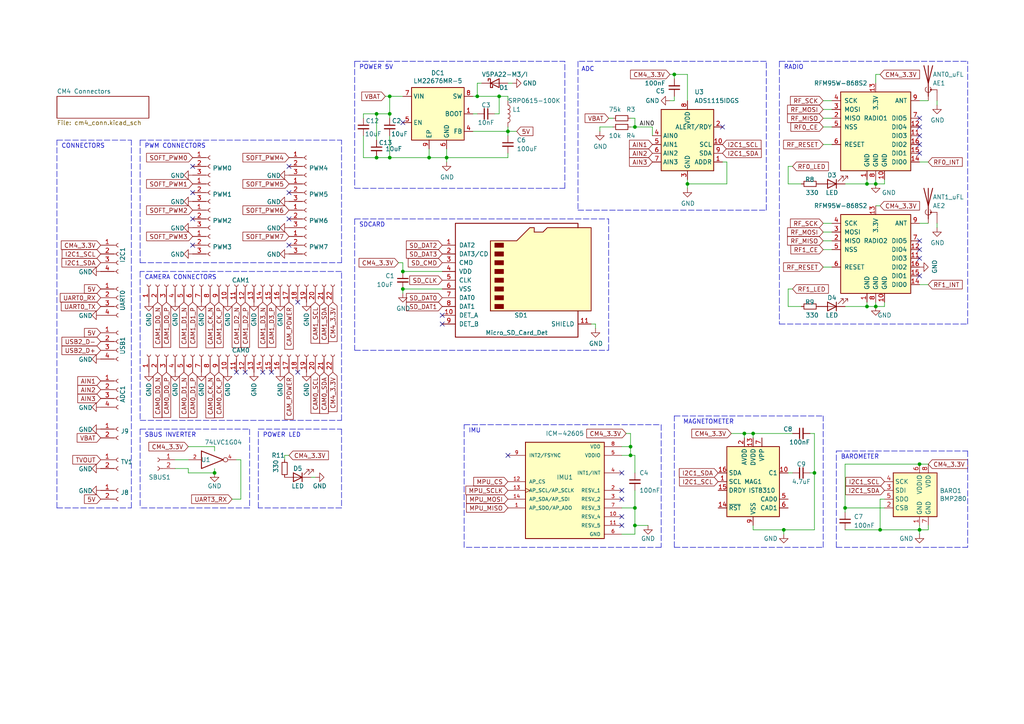
<source format=kicad_sch>
(kicad_sch (version 20211123) (generator eeschema)
  (paper "A4")
  (junction (at 251.46 53.34))
  (junction (at 439.42 5.08))
  (junction (at 458.47 73.66))
  (junction (at 441.96 13.97))
  (junction (at 255.27 153.67))
  (junction (at 444.5 93.98))
  (junction (at 116.84 78.74))
  (junction (at 459.74 73.66))
  (junction (at 254 88.9))
  (junction (at 113.03 33.02))
  (junction (at 184.15 36.83))
  (junction (at 266.7 153.67))
  (junction (at 251.46 88.9))
  (junction (at 461.01 73.66))
  (junction (at 144.78 27.94))
  (junction (at 266.7 134.62))
  (junction (at 452.12 93.98))
  (junction (at 195.58 21.59))
  (junction (at 184.15 152.4))
  (junction (at 439.42 93.98))
  (junction (at 459.74 13.97))
  (junction (at 447.04 93.98))
  (junction (at 463.55 73.66))
  (junction (at 109.22 45.72))
  (junction (at 124.46 45.72))
  (junction (at 113.03 27.94))
  (junction (at 417.83 157.48))
  (junction (at 199.39 53.34))
  (junction (at 129.54 45.72))
  (junction (at 462.28 5.08))
  (junction (at 116.84 83.82))
  (junction (at 245.11 147.32))
  (junction (at 236.22 137.16))
  (junction (at 113.03 45.72))
  (junction (at 109.22 33.02))
  (junction (at 439.42 13.97))
  (junction (at 227.33 153.67))
  (junction (at 147.32 38.1))
  (junction (at 218.44 125.73))
  (junction (at 62.23 137.16))
  (junction (at 182.88 129.54))
  (junction (at 182.88 132.08))
  (junction (at 455.93 73.66))
  (junction (at 138.43 27.94))
  (junction (at 215.9 125.73))
  (junction (at 254 53.34))
  (junction (at 441.96 93.98))
  (junction (at 184.15 147.32))
  (no_connect (at 116.84 35.56))
  (no_connect (at 128.27 93.98))
  (no_connect (at 86.36 107.95))
  (no_connect (at 55.88 55.88))
  (no_connect (at 266.7 34.29))
  (no_connect (at 459.74 7.62))
  (no_connect (at 83.82 55.88))
  (no_connect (at 266.7 74.93))
  (no_connect (at 180.34 142.24))
  (no_connect (at 209.55 36.83))
  (no_connect (at 128.27 91.44))
  (no_connect (at 180.34 144.78))
  (no_connect (at 180.34 149.86))
  (no_connect (at 83.82 48.26))
  (no_connect (at 76.2 107.95))
  (no_connect (at 266.7 44.45))
  (no_connect (at 68.58 107.95))
  (no_connect (at 180.34 137.16))
  (no_connect (at 55.88 71.12))
  (no_connect (at 147.32 132.08))
  (no_connect (at 83.82 71.12))
  (no_connect (at 86.36 87.63))
  (no_connect (at 55.88 48.26))
  (no_connect (at 83.82 63.5))
  (no_connect (at 71.12 107.95))
  (no_connect (at 266.7 80.01))
  (no_connect (at 448.31 59.69))
  (no_connect (at 180.34 152.4))
  (no_connect (at 266.7 39.37))
  (no_connect (at 266.7 72.39))
  (no_connect (at 266.7 41.91))
  (no_connect (at 55.88 63.5))
  (no_connect (at -114.3 165.1))
  (no_connect (at 266.7 36.83))
  (no_connect (at 266.7 69.85))
  (no_connect (at 78.74 107.95))
  (wire (pts (xy 182.88 132.08) (xy 182.88 129.54)))
  (wire (pts (xy 218.44 127) (xy 218.44 125.73)))
  (wire (pts (xy 459.74 13.97) (xy 441.96 13.97)))
  (wire (pts (xy 238.76 36.83) (xy 241.3 36.83)))
  (wire (pts (xy 254 59.69) (xy 255.27 59.69)))
  (polyline (pts (xy 226.06 17.78) (xy 280.67 17.78)))
  (wire (pts (xy 139.7 24.13) (xy 138.43 24.13)))
  (polyline (pts (xy 40.64 124.46) (xy 40.64 147.32)))
  (wire (pts (xy 439.42 11.43) (xy 439.42 13.97)))
  (wire (pts (xy 210.82 46.99) (xy 210.82 53.34)))
  (wire (pts (xy 105.41 45.72) (xy 109.22 45.72)))
  (polyline (pts (xy 191.77 158.75) (xy 134.62 158.75)))
  (wire (pts (xy 251.46 53.34) (xy 251.46 52.07)))
  (polyline (pts (xy 433.07 80.01) (xy 472.44 80.01)))
  (wire (pts (xy 182.88 34.29) (xy 184.15 34.29)))
  (wire (pts (xy 128.27 83.82) (xy 116.84 83.82)))
  (polyline (pts (xy 99.06 124.46) (xy 99.06 147.32)))
  (polyline (pts (xy 242.57 130.81) (xy 280.67 130.81)))
  (wire (pts (xy 67.31 144.78) (xy 69.85 144.78)))
  (wire (pts (xy -91.44 83.82) (xy -88.9 83.82)))
  (wire (pts (xy 137.16 27.94) (xy 138.43 27.94)))
  (wire (pts (xy 229.87 48.26) (xy 228.6 48.26)))
  (wire (pts (xy 236.22 137.16) (xy 236.22 153.67)))
  (wire (pts (xy 173.99 36.83) (xy 177.8 36.83)))
  (polyline (pts (xy 191.77 123.19) (xy 191.77 158.75)))
  (polyline (pts (xy 176.53 101.6) (xy 176.53 63.5)))
  (wire (pts (xy 439.42 93.98) (xy 439.42 95.25)))
  (wire (pts (xy 439.42 6.35) (xy 439.42 5.08)))
  (wire (pts (xy 245.11 134.62) (xy 266.7 134.62)))
  (polyline (pts (xy 40.64 78.74) (xy 40.64 121.92)))
  (wire (pts (xy 255.27 153.67) (xy 266.7 153.67)))
  (wire (pts (xy 463.55 73.66) (xy 461.01 73.66)))
  (wire (pts (xy 228.6 53.34) (xy 232.41 53.34)))
  (wire (pts (xy 251.46 53.34) (xy 245.11 53.34)))
  (wire (pts (xy 184.15 137.16) (xy 184.15 132.08)))
  (wire (pts (xy 271.78 66.04) (xy 271.78 64.77)))
  (polyline (pts (xy 102.87 17.78) (xy 163.83 17.78)))
  (wire (pts (xy 417.83 158.75) (xy 419.1 158.75)))
  (polyline (pts (xy 195.58 158.75) (xy 238.76 158.75)))
  (wire (pts (xy 255.27 153.67) (xy 245.11 153.67)))
  (wire (pts (xy 172.72 93.98) (xy 171.45 93.98)))
  (wire (pts (xy 458.47 16.51) (xy 471.17 16.51)))
  (wire (pts (xy 124.46 43.18) (xy 124.46 45.72)))
  (wire (pts (xy 459.74 74.93) (xy 459.74 73.66)))
  (wire (pts (xy -88.9 83.82) (xy -88.9 86.36)))
  (wire (pts (xy 105.41 33.02) (xy 105.41 34.29)))
  (polyline (pts (xy 99.06 147.32) (xy 74.93 147.32)))
  (wire (pts (xy 147.32 45.72) (xy 129.54 45.72)))
  (wire (pts (xy 453.39 73.66) (xy 453.39 72.39)))
  (wire (pts (xy 172.72 95.25) (xy 172.72 93.98)))
  (wire (pts (xy 447.04 95.25) (xy 447.04 93.98)))
  (wire (pts (xy 212.09 125.73) (xy 215.9 125.73)))
  (wire (pts (xy 109.22 40.64) (xy 109.22 33.02)))
  (wire (pts (xy 228.6 83.82) (xy 229.87 83.82)))
  (wire (pts (xy 184.15 36.83) (xy 189.23 36.83)))
  (wire (pts (xy 180.34 147.32) (xy 184.15 147.32)))
  (wire (pts (xy 124.46 45.72) (xy 129.54 45.72)))
  (wire (pts (xy 187.96 152.4) (xy 184.15 152.4)))
  (wire (pts (xy 147.32 36.83) (xy 147.32 38.1)))
  (wire (pts (xy 218.44 125.73) (xy 215.9 125.73)))
  (wire (pts (xy 417.83 157.48) (xy 417.83 156.21)))
  (wire (pts (xy 241.3 72.39) (xy 238.76 72.39)))
  (wire (pts (xy 438.15 93.98) (xy 439.42 93.98)))
  (wire (pts (xy 138.43 33.02) (xy 137.16 33.02)))
  (wire (pts (xy 458.47 72.39) (xy 458.47 73.66)))
  (polyline (pts (xy 195.58 158.75) (xy 195.58 120.65)))
  (wire (pts (xy 138.43 27.94) (xy 144.78 27.94)))
  (polyline (pts (xy 222.25 17.78) (xy 167.64 17.78)))
  (polyline (pts (xy 472.44 -2.54) (xy 472.44 80.01)))
  (wire (pts (xy 441.96 7.62) (xy 441.96 5.08)))
  (wire (pts (xy 441.96 10.16) (xy 441.96 13.97)))
  (wire (pts (xy 194.31 29.21) (xy 195.58 29.21)))
  (wire (pts (xy 143.51 33.02) (xy 144.78 33.02)))
  (wire (pts (xy 54.61 137.16) (xy 62.23 137.16)))
  (wire (pts (xy 269.24 153.67) (xy 269.24 152.4)))
  (polyline (pts (xy 242.57 158.75) (xy 242.57 130.81)))
  (wire (pts (xy 462.28 13.97) (xy 459.74 13.97)))
  (wire (pts (xy 256.54 147.32) (xy 245.11 147.32)))
  (wire (pts (xy 62.23 130.81) (xy 62.23 129.54)))
  (wire (pts (xy 173.99 38.1) (xy 173.99 36.83)))
  (wire (pts (xy 245.11 88.9) (xy 251.46 88.9)))
  (wire (pts (xy 218.44 153.67) (xy 218.44 152.4)))
  (polyline (pts (xy 99.06 76.2) (xy 99.06 40.64)))
  (wire (pts (xy 228.6 48.26) (xy 228.6 53.34)))
  (wire (pts (xy 228.6 83.82) (xy 228.6 88.9)))
  (polyline (pts (xy 16.51 40.64) (xy 38.1 40.64)))
  (wire (pts (xy 113.03 33.02) (xy 113.03 34.29)))
  (wire (pts (xy 54.61 135.89) (xy 54.61 137.16)))
  (wire (pts (xy 124.46 45.72) (xy 113.03 45.72)))
  (wire (pts (xy 441.96 95.25) (xy 441.96 93.98)))
  (wire (pts (xy 109.22 45.72) (xy 113.03 45.72)))
  (wire (pts (xy 234.95 125.73) (xy 236.22 125.73)))
  (polyline (pts (xy 40.64 40.64) (xy 40.64 76.2)))
  (wire (pts (xy 254 87.63) (xy 254 88.9)))
  (polyline (pts (xy 16.51 147.32) (xy 16.51 40.64)))
  (wire (pts (xy 416.56 157.48) (xy 417.83 157.48)))
  (wire (pts (xy 195.58 29.21) (xy 195.58 27.94)))
  (wire (pts (xy 461.01 73.66) (xy 459.74 73.66)))
  (polyline (pts (xy 226.06 93.98) (xy 280.67 93.98)))
  (polyline (pts (xy 102.87 54.61) (xy 163.83 54.61)))
  (wire (pts (xy 189.23 36.83) (xy 189.23 39.37)))
  (wire (pts (xy 466.09 73.66) (xy 463.55 73.66)))
  (wire (pts (xy 241.3 29.21) (xy 238.76 29.21)))
  (wire (pts (xy 199.39 21.59) (xy 199.39 29.21)))
  (polyline (pts (xy 280.67 93.98) (xy 280.67 17.78)))
  (wire (pts (xy 471.17 5.08) (xy 471.17 16.51)))
  (wire (pts (xy 82.55 133.35) (xy 82.55 132.08)))
  (polyline (pts (xy 167.64 60.96) (xy 222.25 60.96)))
  (wire (pts (xy 147.32 44.45) (xy 147.32 45.72)))
  (wire (pts (xy 210.82 53.34) (xy 199.39 53.34)))
  (wire (pts (xy 254 53.34) (xy 256.54 53.34)))
  (wire (pts (xy 147.32 29.21) (xy 147.32 27.94)))
  (wire (pts (xy 232.41 88.9) (xy 228.6 88.9)))
  (wire (pts (xy 138.43 24.13) (xy 138.43 27.94)))
  (wire (pts (xy 182.88 125.73) (xy 182.88 129.54)))
  (polyline (pts (xy 167.64 29.21) (xy 167.64 60.96)))
  (polyline (pts (xy 238.76 158.75) (xy 238.76 120.65)))
  (wire (pts (xy 417.83 156.21) (xy 419.1 156.21)))
  (wire (pts (xy 184.15 152.4) (xy 184.15 154.94)))
  (wire (pts (xy 459.74 10.16) (xy 459.74 13.97)))
  (polyline (pts (xy 99.06 78.74) (xy 40.64 78.74)))
  (wire (pts (xy 184.15 147.32) (xy 184.15 152.4)))
  (wire (pts (xy 271.78 29.21) (xy 271.78 30.48)))
  (wire (pts (xy 182.88 129.54) (xy 180.34 129.54)))
  (wire (pts (xy 438.15 5.08) (xy 439.42 5.08)))
  (wire (pts (xy 147.32 38.1) (xy 137.16 38.1)))
  (wire (pts (xy 184.15 36.83) (xy 182.88 36.83)))
  (wire (pts (xy 62.23 137.16) (xy 62.23 135.89)))
  (wire (pts (xy 113.03 27.94) (xy 113.03 33.02)))
  (polyline (pts (xy 167.64 17.78) (xy 167.64 29.21)))
  (wire (pts (xy 184.15 142.24) (xy 184.15 147.32)))
  (wire (pts (xy 439.42 93.98) (xy 441.96 93.98)))
  (wire (pts (xy 447.04 93.98) (xy 452.12 93.98)))
  (polyline (pts (xy 16.51 147.32) (xy 38.1 147.32)))
  (wire (pts (xy 452.12 95.25) (xy 452.12 93.98)))
  (wire (pts (xy 62.23 129.54) (xy 54.61 129.54)))
  (wire (pts (xy 199.39 53.34) (xy 199.39 54.61)))
  (wire (pts (xy 455.93 73.66) (xy 453.39 73.66)))
  (wire (pts (xy 462.28 11.43) (xy 462.28 13.97)))
  (wire (pts (xy 251.46 88.9) (xy 251.46 87.63)))
  (wire (pts (xy 458.47 73.66) (xy 455.93 73.66)))
  (wire (pts (xy 180.34 154.94) (xy 184.15 154.94)))
  (polyline (pts (xy 40.64 121.92) (xy 99.06 121.92)))
  (wire (pts (xy 459.74 73.66) (xy 458.47 73.66)))
  (wire (pts (xy 417.83 130.81) (xy 419.1 130.81)))
  (wire (pts (xy 109.22 33.02) (xy 105.41 33.02)))
  (polyline (pts (xy 134.62 158.75) (xy 134.62 123.19)))
  (wire (pts (xy 147.32 38.1) (xy 149.86 38.1)))
  (wire (pts (xy 245.11 148.59) (xy 245.11 147.32)))
  (wire (pts (xy 462.28 5.08) (xy 471.17 5.08)))
  (wire (pts (xy 461.01 72.39) (xy 461.01 73.66)))
  (wire (pts (xy 254 88.9) (xy 256.54 88.9)))
  (wire (pts (xy 105.41 39.37) (xy 105.41 45.72)))
  (polyline (pts (xy 74.93 124.46) (xy 99.06 124.46)))
  (wire (pts (xy 109.22 33.02) (xy 113.03 33.02)))
  (wire (pts (xy 227.33 154.94) (xy 227.33 153.67)))
  (wire (pts (xy 238.76 64.77) (xy 241.3 64.77)))
  (wire (pts (xy 444.5 93.98) (xy 447.04 93.98)))
  (wire (pts (xy 251.46 88.9) (xy 254 88.9)))
  (wire (pts (xy 454.66 93.98) (xy 454.66 95.25)))
  (polyline (pts (xy 134.62 123.19) (xy 191.77 123.19)))
  (wire (pts (xy 455.93 72.39) (xy 455.93 73.66)))
  (wire (pts (xy 116.84 83.82) (xy 116.84 85.09)))
  (polyline (pts (xy 433.07 -2.54) (xy 433.07 80.01)))
  (polyline (pts (xy 102.87 17.78) (xy 102.87 54.61)))
  (wire (pts (xy 50.8 133.35) (xy 54.61 133.35)))
  (polyline (pts (xy 72.39 147.32) (xy 40.64 147.32)))
  (wire (pts (xy 417.83 157.48) (xy 417.83 158.75)))
  (polyline (pts (xy 242.57 158.75) (xy 280.67 158.75)))
  (wire (pts (xy 82.55 132.08) (xy 83.82 132.08)))
  (wire (pts (xy 255.27 144.78) (xy 255.27 153.67)))
  (wire (pts (xy 256.54 53.34) (xy 256.54 52.07)))
  (wire (pts (xy 181.61 125.73) (xy 182.88 125.73)))
  (wire (pts (xy 229.87 125.73) (xy 218.44 125.73)))
  (wire (pts (xy 129.54 43.18) (xy 129.54 45.72)))
  (wire (pts (xy 245.11 147.32) (xy 245.11 134.62)))
  (wire (pts (xy 439.42 13.97) (xy 439.42 15.24)))
  (wire (pts (xy 69.85 133.35) (xy 69.85 144.78)))
  (wire (pts (xy 199.39 21.59) (xy 195.58 21.59)))
  (polyline (pts (xy 226.06 17.78) (xy 226.06 93.98)))
  (wire (pts (xy 236.22 125.73) (xy 236.22 137.16)))
  (wire (pts (xy 215.9 125.73) (xy 215.9 127)))
  (wire (pts (xy 441.96 93.98) (xy 444.5 93.98)))
  (wire (pts (xy 441.96 13.97) (xy 439.42 13.97)))
  (wire (pts (xy 195.58 21.59) (xy 194.31 21.59)))
  (wire (pts (xy 195.58 21.59) (xy 195.58 22.86)))
  (wire (pts (xy 463.55 72.39) (xy 463.55 73.66)))
  (wire (pts (xy 266.7 153.67) (xy 266.7 152.4)))
  (wire (pts (xy 229.87 137.16) (xy 228.6 137.16)))
  (wire (pts (xy 254 53.34) (xy 251.46 53.34)))
  (wire (pts (xy 256.54 144.78) (xy 255.27 144.78)))
  (polyline (pts (xy 102.87 63.5) (xy 102.87 101.6)))
  (wire (pts (xy 269.24 64.77) (xy 266.7 64.77)))
  (wire (pts (xy 128.27 78.74) (xy 116.84 78.74)))
  (polyline (pts (xy 74.93 147.32) (xy 74.93 124.46)))
  (wire (pts (xy 236.22 153.67) (xy 227.33 153.67)))
  (wire (pts (xy 238.76 69.85) (xy 241.3 69.85)))
  (polyline (pts (xy 280.67 130.81) (xy 280.67 158.75)))
  (polyline (pts (xy 195.58 120.65) (xy 238.76 120.65)))
  (wire (pts (xy 269.24 134.62) (xy 266.7 134.62)))
  (polyline (pts (xy 163.83 54.61) (xy 163.83 17.78)))
  (wire (pts (xy 255.27 21.59) (xy 254 21.59)))
  (wire (pts (xy 236.22 137.16) (xy 234.95 137.16)))
  (wire (pts (xy 227.33 153.67) (xy 218.44 153.67)))
  (wire (pts (xy 116.84 27.94) (xy 113.03 27.94)))
  (wire (pts (xy 180.34 132.08) (xy 182.88 132.08)))
  (wire (pts (xy 199.39 52.07) (xy 199.39 53.34)))
  (wire (pts (xy 113.03 39.37) (xy 113.03 45.72)))
  (polyline (pts (xy 72.39 124.46) (xy 72.39 147.32)))
  (polyline (pts (xy 99.06 121.92) (xy 99.06 78.74)))
  (wire (pts (xy 269.24 46.99) (xy 266.7 46.99)))
  (wire (pts (xy 241.3 41.91) (xy 238.76 41.91)))
  (wire (pts (xy 147.32 39.37) (xy 147.32 38.1)))
  (polyline (pts (xy 102.87 101.6) (xy 176.53 101.6)))
  (wire (pts (xy 238.76 77.47) (xy 241.3 77.47)))
  (polyline (pts (xy 40.64 124.46) (xy 72.39 124.46)))
  (wire (pts (xy 241.3 67.31) (xy 238.76 67.31)))
  (wire (pts (xy 148.59 24.13) (xy 147.32 24.13)))
  (wire (pts (xy 256.54 88.9) (xy 256.54 87.63)))
  (wire (pts (xy 184.15 34.29) (xy 184.15 36.83)))
  (wire (pts (xy 466.09 72.39) (xy 466.09 73.66)))
  (wire (pts (xy 238.76 31.75) (xy 241.3 31.75)))
  (wire (pts (xy 91.44 138.43) (xy 90.17 138.43)))
  (polyline (pts (xy 222.25 60.96) (xy 222.25 17.78)))
  (wire (pts (xy 452.12 93.98) (xy 454.66 93.98)))
  (wire (pts (xy 116.84 76.2) (xy 116.84 78.74)))
  (wire (pts (xy 176.53 34.29) (xy 177.8 34.29)))
  (polyline (pts (xy 102.87 63.5) (xy 176.53 63.5)))
  (polyline (pts (xy 40.64 76.2) (xy 99.06 76.2)))
  (polyline (pts (xy 433.07 -2.54) (xy 472.44 -2.54)))
  (wire (pts (xy 209.55 46.99) (xy 210.82 46.99)))
  (wire (pts (xy 444.5 93.98) (xy 444.5 95.25)))
  (polyline (pts (xy 40.64 40.64) (xy 99.06 40.64)))
  (wire (pts (xy 144.78 33.02) (xy 144.78 27.94)))
  (wire (pts (xy 254 21.59) (xy 254 24.13)))
  (wire (pts (xy 129.54 46.99) (xy 129.54 45.72)))
  (wire (pts (xy 266.7 154.94) (xy 266.7 153.67)))
  (wire (pts (xy 441.96 5.08) (xy 439.42 5.08)))
  (wire (pts (xy 269.24 29.21) (xy 266.7 29.21)))
  (wire (pts (xy 184.15 132.08) (xy 182.88 132.08)))
  (wire (pts (xy 266.7 153.67) (xy 269.24 153.67)))
  (polyline (pts (xy 38.1 147.32) (xy 38.1 40.64)))
  (wire (pts (xy 462.28 6.35) (xy 462.28 5.08)))
  (wire (pts (xy 254 53.34) (xy 254 52.07)))
  (wire (pts (xy 147.32 27.94) (xy 144.78 27.94)))
  (wire (pts (xy 115.57 76.2) (xy 116.84 76.2)))
  (wire (pts (xy 462.28 5.08) (xy 459.74 5.08)))
  (wire (pts (xy 241.3 34.29) (xy 238.76 34.29)))
  (wire (pts (xy 111.76 27.94) (xy 113.03 27.94)))
  (wire (pts (xy 68.58 133.35) (xy 69.85 133.35)))
  (wire (pts (xy 50.8 135.89) (xy 54.61 135.89)))
  (wire (pts (xy 269.24 82.55) (xy 266.7 82.55)))
  (text "RADIO" (at 227.33 20.32 0) (effects (font (size 1.27 1.27)) (justify left bottom)))
  (text "CAMERA CONNECTORS" (at 41.91 81.28 0) (effects (font (size 1.27 1.27)) (justify left bottom)))
  (text "CONNECTORS" (at 17.78 43.18 0) (effects (font (size 1.27 1.27)) (justify left bottom)))
  (text "POWER 5V" (at 104.14 20.32 0) (effects (font (size 1.27 1.27)) (justify left bottom)))
  (text "PWM CONNECTORS" (at 41.91 43.18 0) (effects (font (size 1.27 1.27)) (justify left bottom)))
  (text "HDMI" (at 434.34 0 0) (effects (font (size 1.27 1.27)) (justify left bottom)))
  (text "SDCARD" (at 104.14 66.04 0) (effects (font (size 1.27 1.27)) (justify left bottom)))
  (text "POWER LED" (at 76.2 127 0) (effects (font (size 1.27 1.27)) (justify left bottom)))
  (text "SBUS INVERTER" (at 41.91 127 0) (effects (font (size 1.27 1.27)) (justify left bottom)))
  (text "MAGNETOMETER" (at 198.12 123.19 0) (effects (font (size 1.27 1.27)) (justify left bottom)))
  (text "IMU" (at 135.89 125.73 0) (effects (font (size 1.27 1.27)) (justify left bottom)))
  (text "ADC" (at 168.5924 20.9046 0) (effects (font (size 1.27 1.27)) (justify left bottom)))
  (text "BAROMETER" (at 243.84 133.35 0) (effects (font (size 1.27 1.27)) (justify left bottom)))
  (label "AIN0" (at 185.42 36.83 0))
  (global_label "RF_MOSI" (shape input) (at 238.76 67.31 180) (property "Références Inter-Feuilles" "${INTERSHEET_REFS}" (effects hide)))
  (global_label "CAM1_D2_N" (shape input) (at 68.58 87.63 270) (property "Références Inter-Feuilles" "${INTERSHEET_REFS}" (effects hide)))
  (global_label "PCIe_CLK_P" (shape input) (at -114.3 170.18 180) (property "Références Inter-Feuilles" "${INTERSHEET_REFS}" (effects hide)))
  (global_label "CM4_3.3V" (shape input) (at 96.52 87.63 270) (property "Références Inter-Feuilles" "${INTERSHEET_REFS}" (effects hide)))
  (global_label "HDMI0_D0+" (shape input) (at 448.31 34.29 180) (property "Références Inter-Feuilles" "${INTERSHEET_REFS}" (effects hide)))
  (global_label "USB2_D+" (shape input) (at 419.1 118.11 180) (property "Références Inter-Feuilles" "${INTERSHEET_REFS}" (effects hide)))
  (global_label "I2C1_SCL" (shape input) (at 256.54 139.7 180) (property "Références Inter-Feuilles" "${INTERSHEET_REFS}" (effects hide)))
  (global_label "CAM_POWER" (shape input) (at 83.82 107.95 270) (property "Références Inter-Feuilles" "${INTERSHEET_REFS}" (effects hide)))
  (global_label "SD_CMD" (shape input) (at 128.27 76.2 180) (property "Références Inter-Feuilles" "${INTERSHEET_REFS}" (effects hide)))
  (global_label "RF1_CE" (shape input) (at 238.76 72.39 180) (property "Références Inter-Feuilles" "${INTERSHEET_REFS}" (effects hide)))
  (global_label "VBAT" (shape input) (at 176.53 34.29 180) (property "Références Inter-Feuilles" "${INTERSHEET_REFS}" (effects hide)))
  (global_label "CM4_3.3V" (shape input) (at 83.82 132.08 0) (property "Références Inter-Feuilles" "${INTERSHEET_REFS}" (effects hide)))
  (global_label "CM4_3.3V" (shape input) (at 212.09 125.73 180) (property "Références Inter-Feuilles" "${INTERSHEET_REFS}" (effects hide)))
  (global_label "HDMI0_HOTP" (shape input) (at 448.31 62.23 180) (property "Références Inter-Feuilles" "${INTERSHEET_REFS}" (effects hide)))
  (global_label "CAM0_SDA" (shape input) (at 93.98 107.95 270) (property "Références Inter-Feuilles" "${INTERSHEET_REFS}" (effects hide)))
  (global_label "SD_DAT2" (shape input) (at 128.27 71.12 180) (property "Références Inter-Feuilles" "${INTERSHEET_REFS}" (effects hide)))
  (global_label "VBAT" (shape input) (at 111.76 27.94 180) (property "Références Inter-Feuilles" "${INTERSHEET_REFS}" (effects hide)))
  (global_label "RF_RESET" (shape input) (at 238.76 77.47 180) (property "Références Inter-Feuilles" "${INTERSHEET_REFS}" (effects hide)))
  (global_label "I2C1_SCL" (shape input) (at 209.55 41.91 0) (property "Références Inter-Feuilles" "${INTERSHEET_REFS}" (effects hide)))
  (global_label "AIN1" (shape input) (at 189.23 41.91 180) (property "Références Inter-Feuilles" "${INTERSHEET_REFS}" (effects hide)))
  (global_label "CAM1_D0_P" (shape input) (at 48.26 87.63 270) (property "Références Inter-Feuilles" "${INTERSHEET_REFS}" (effects hide)))
  (global_label "PCIe_CLK_N" (shape input) (at -114.3 172.72 180) (property "Références Inter-Feuilles" "${INTERSHEET_REFS}" (effects hide)))
  (global_label "HDMI0_CK-" (shape input) (at 448.31 41.91 180) (property "Références Inter-Feuilles" "${INTERSHEET_REFS}" (effects hide)))
  (global_label "3.3V" (shape input) (at -91.44 83.82 180) (property "Références Inter-Feuilles" "${INTERSHEET_REFS}" (effects hide)))
  (global_label "AIN2" (shape input) (at 29.21 113.03 180) (property "Références Inter-Feuilles" "${INTERSHEET_REFS}" (effects hide)))
  (global_label "CM4_3.3V" (shape input) (at 29.21 71.12 180) (property "Références Inter-Feuilles" "${INTERSHEET_REFS}" (effects hide)))
  (global_label "USB2_D+" (shape input) (at -114.3 124.46 180) (property "Références Inter-Feuilles" "${INTERSHEET_REFS}" (effects hide)))
  (global_label "HDMI0_SDA" (shape input) (at 448.31 54.61 180) (property "Références Inter-Feuilles" "${INTERSHEET_REFS}" (effects hide)))
  (global_label "5V" (shape input) (at 29.21 83.82 180) (property "Références Inter-Feuilles" "${INTERSHEET_REFS}" (effects hide)))
  (global_label "MPU_MOSI" (shape input) (at 147.32 144.78 180) (property "Références Inter-Feuilles" "${INTERSHEET_REFS}" (effects hide)))
  (global_label "USB2_D+" (shape input) (at 29.21 101.6 180) (property "Références Inter-Feuilles" "${INTERSHEET_REFS}" (effects hide)))
  (global_label "HDMI0_CK+" (shape input) (at 448.31 39.37 180) (property "Références Inter-Feuilles" "${INTERSHEET_REFS}" (effects hide)))
  (global_label "HDMI0_D1+" (shape input) (at 448.31 29.21 180) (property "Références Inter-Feuilles" "${INTERSHEET_REFS}" (effects hide)))
  (global_label "VBAT" (shape input) (at 29.21 127 180) (property "Références Inter-Feuilles" "${INTERSHEET_REFS}" (effects hide)))
  (global_label "I2C1_SCL" (shape input) (at 29.21 73.66 180) (property "Références Inter-Feuilles" "${INTERSHEET_REFS}" (effects hide)))
  (global_label "I2C1_SCL" (shape input) (at 208.28 139.7 180) (property "Références Inter-Feuilles" "${INTERSHEET_REFS}" (effects hide)))
  (global_label "PCIe_RX_N" (shape input) (at -114.3 109.22 180) (property "Références Inter-Feuilles" "${INTERSHEET_REFS}" (effects hide)))
  (global_label "5V" (shape input) (at 29.21 96.52 180) (property "Références Inter-Feuilles" "${INTERSHEET_REFS}" (effects hide)))
  (global_label "CAM0_SCL" (shape input) (at 91.44 107.95 270) (property "Références Inter-Feuilles" "${INTERSHEET_REFS}" (effects hide)))
  (global_label "RF_SCK" (shape input) (at 238.76 29.21 180) (property "Références Inter-Feuilles" "${INTERSHEET_REFS}" (effects hide)))
  (global_label "CM4_3.3V" (shape input) (at 269.24 134.62 0) (property "Références Inter-Feuilles" "${INTERSHEET_REFS}" (effects hide)))
  (global_label "PCIe_TX_P" (shape input) (at -114.3 101.6 180) (property "Références Inter-Feuilles" "${INTERSHEET_REFS}" (effects hide)))
  (global_label "RF1_LED" (shape input) (at 229.87 83.82 0) (property "Références Inter-Feuilles" "${INTERSHEET_REFS}" (effects hide)))
  (global_label "CM4_3.3V" (shape input) (at 438.15 93.98 180) (property "Références Inter-Feuilles" "${INTERSHEET_REFS}" (effects hide)))
  (global_label "CAM1_SDA" (shape input) (at 93.98 87.63 270) (property "Références Inter-Feuilles" "${INTERSHEET_REFS}" (effects hide)))
  (global_label "CAM0_D0_P" (shape input) (at 48.26 107.95 270) (property "Références Inter-Feuilles" "${INTERSHEET_REFS}" (effects hide)))
  (global_label "UART0_TX" (shape input) (at 29.21 88.9 180) (property "Références Inter-Feuilles" "${INTERSHEET_REFS}" (effects hide)))
  (global_label "5V" (shape input) (at 149.86 38.1 0) (property "Références Inter-Feuilles" "${INTERSHEET_REFS}" (effects hide)))
  (global_label "CAM0_D0_N" (shape input) (at 45.72 107.95 270) (property "Références Inter-Feuilles" "${INTERSHEET_REFS}" (effects hide)))
  (global_label "I2C1_SDA" (shape input) (at 208.28 137.16 180) (property "Références Inter-Feuilles" "${INTERSHEET_REFS}" (effects hide)))
  (global_label "CAM1_D2_P" (shape input) (at 71.12 87.63 270) (property "Références Inter-Feuilles" "${INTERSHEET_REFS}" (effects hide)))
  (global_label "AIN3" (shape input) (at 189.23 46.99 180) (property "Références Inter-Feuilles" "${INTERSHEET_REFS}" (effects hide)))
  (global_label "CM4_3.3V" (shape input) (at 96.52 107.95 270) (property "Références Inter-Feuilles" "${INTERSHEET_REFS}" (effects hide)))
  (global_label "CAM1_D1_N" (shape input) (at 53.34 87.63 270) (property "Références Inter-Feuilles" "${INTERSHEET_REFS}" (effects hide)))
  (global_label "CM4_3.3V" (shape input) (at 194.31 21.59 180) (property "Références Inter-Feuilles" "${INTERSHEET_REFS}" (effects hide)))
  (global_label "CAM1_CK_N" (shape input) (at 60.96 87.63 270) (property "Références Inter-Feuilles" "${INTERSHEET_REFS}" (effects hide)))
  (global_label "CAM1_D1_P" (shape input) (at 55.88 87.63 270) (property "Références Inter-Feuilles" "${INTERSHEET_REFS}" (effects hide)))
  (global_label "PCIe_REQ" (shape input) (at -114.3 93.98 180) (property "Références Inter-Feuilles" "${INTERSHEET_REFS}" (effects hide)))
  (global_label "CAM1_SCL" (shape input) (at 91.44 87.63 270) (property "Références Inter-Feuilles" "${INTERSHEET_REFS}" (effects hide)))
  (global_label "SOFT_PWM7" (shape input) (at 83.82 68.58 180) (property "Références Inter-Feuilles" "${INTERSHEET_REFS}" (effects hide)))
  (global_label "I2C1_SDA" (shape input) (at -63.5 124.46 0) (property "Références Inter-Feuilles" "${INTERSHEET_REFS}" (effects hide)))
  (global_label "PCIe_RST" (shape input) (at -114.3 91.44 180) (property "Références Inter-Feuilles" "${INTERSHEET_REFS}" (effects hide)))
  (global_label "CAM1_D3_N" (shape input) (at 76.2 87.63 270) (property "Références Inter-Feuilles" "${INTERSHEET_REFS}" (effects hide)))
  (global_label "CAM0_CK_P" (shape input) (at 63.5 107.95 270) (property "Références Inter-Feuilles" "${INTERSHEET_REFS}" (effects hide)))
  (global_label "TVOUT" (shape input) (at 29.21 133.35 180) (property "Références Inter-Feuilles" "${INTERSHEET_REFS}" (effects hide)))
  (global_label "CAM_POWER" (shape input) (at 83.82 87.63 270) (property "Références Inter-Feuilles" "${INTERSHEET_REFS}" (effects hide)))
  (global_label "SOFT_PWM6" (shape input) (at 83.82 60.96 180) (property "Références Inter-Feuilles" "${INTERSHEET_REFS}" (effects hide)))
  (global_label "AIN2" (shape input) (at 189.23 44.45 180) (property "Références Inter-Feuilles" "${INTERSHEET_REFS}" (effects hide)))
  (global_label "HDMI0_SCL" (shape input) (at 448.31 52.07 180) (property "Références Inter-Feuilles" "${INTERSHEET_REFS}" (effects hide)))
  (global_label "USB2_D-" (shape input) (at 29.21 99.06 180) (property "Références Inter-Feuilles" "${INTERSHEET_REFS}" (effects hide)))
  (global_label "SD_DAT3" (shape input) (at 128.27 73.66 180) (property "Références Inter-Feuilles" "${INTERSHEET_REFS}" (effects hide)))
  (global_label "MPU_MISO" (shape input) (at 147.32 147.32 180) (property "Références Inter-Feuilles" "${INTERSHEET_REFS}" (effects hide)))
  (global_label "CM4_3.3V" (shape input) (at 115.57 76.2 180) (property "Références Inter-Feuilles" "${INTERSHEET_REFS}" (effects hide)))
  (global_label "USB2_D-" (shape input) (at -114.3 127 180) (property "Références Inter-Feuilles" "${INTERSHEET_REFS}" (effects hide)))
  (global_label "HDMI0_D2+" (shape input) (at 448.31 24.13 180) (property "Références Inter-Feuilles" "${INTERSHEET_REFS}" (effects hide)))
  (global_label "I2C1_SDA" (shape input) (at 29.21 76.2 180) (property "Références Inter-Feuilles" "${INTERSHEET_REFS}" (effects hide)))
  (global_label "PCIe_RX_P" (shape input) (at -114.3 106.68 180) (property "Références Inter-Feuilles" "${INTERSHEET_REFS}" (effects hide)))
  (global_label "SOFT_PWM0" (shape input) (at 55.88 45.72 180) (property "Références Inter-Feuilles" "${INTERSHEET_REFS}" (effects hide)))
  (global_label "CAM0_D1_N" (shape input) (at 53.34 107.95 270) (property "Références Inter-Feuilles" "${INTERSHEET_REFS}" (effects hide)))
  (global_label "SOFT_PWM5" (shape input) (at 83.82 53.34 180) (property "Références Inter-Feuilles" "${INTERSHEET_REFS}" (effects hide)))
  (global_label "SOFT_PWM4" (shape input) (at 83.82 45.72 180) (property "Références Inter-Feuilles" "${INTERSHEET_REFS}" (effects hide)))
  (global_label "RF_MISO" (shape input) (at 238.76 69.85 180) (property "Références Inter-Feuilles" "${INTERSHEET_REFS}" (effects hide)))
  (global_label "SD_DAT1" (shape input) (at 128.27 88.9 180) (property "Références Inter-Feuilles" "${INTERSHEET_REFS}" (effects hide)))
  (global_label "CM4_3.3V" (shape input) (at 419.1 110.49 180) (property "Références Inter-Feuilles" "${INTERSHEET_REFS}" (effects hide)))
  (global_label "AIN3" (shape input) (at 29.21 115.57 180) (property "Références Inter-Feuilles" "${INTERSHEET_REFS}" (effects hide)))
  (global_label "I2C1_SDA" (shape input) (at 256.54 142.24 180) (property "Références Inter-Feuilles" "${INTERSHEET_REFS}" (effects hide)))
  (global_label "CM4_3.3V" (shape input) (at 54.61 129.54 180) (property "Références Inter-Feuilles" "${INTERSHEET_REFS}" (effects hide)))
  (global_label "5V" (shape input) (at 29.21 144.78 180) (property "Références Inter-Feuilles" "${INTERSHEET_REFS}" (effects hide)))
  (global_label "USB2_D-" (shape input) (at 419.1 115.57 180) (property "Références Inter-Feuilles" "${INTERSHEET_REFS}" (effects hide)))
  (global_label "HDMI0_CEC" (shape input) (at 448.31 46.99 180) (property "Références Inter-Feuilles" "${INTERSHEET_REFS}" (effects hide)))
  (global_label "RF0_CE" (shape input) (at 238.76 36.83 180) (property "Références Inter-Feuilles" "${INTERSHEET_REFS}" (effects hide)))
  (global_label "UART0_RX" (shape input) (at 29.21 86.36 180) (property "Références Inter-Feuilles" "${INTERSHEET_REFS}" (effects hide)))
  (global_label "I2C1_SDA" (shape input) (at 209.55 44.45 0) (property "Références Inter-Feuilles" "${INTERSHEET_REFS}" (effects hide)))
  (global_label "CM4_3.3V" (shape input) (at 181.61 125.73 180) (property "Références Inter-Feuilles" "${INTERSHEET_REFS}" (effects hide)))
  (global_label "I2C1_SCL" (shape input) (at -63.5 121.92 0) (property "Références Inter-Feuilles" "${INTERSHEET_REFS}" (effects hide)))
  (global_label "CAM0_D1_P" (shape input) (at 55.88 107.95 270) (property "Références Inter-Feuilles" "${INTERSHEET_REFS}" (effects hide)))
  (global_label "MPU_CS" (shape input) (at 147.32 139.7 180) (property "Références Inter-Feuilles" "${INTERSHEET_REFS}" (effects hide)))
  (global_label "HDMI0_D1-" (shape input) (at 448.31 31.75 180) (property "Références Inter-Feuilles" "${INTERSHEET_REFS}" (effects hide)))
  (global_label "CAM1_D3_P" (shape input) (at 78.74 87.63 270) (property "Références Inter-Feuilles" "${INTERSHEET_REFS}" (effects hide)))
  (global_label "SD_DAT0" (shape input) (at 128.27 86.36 180) (property "Références Inter-Feuilles" "${INTERSHEET_REFS}" (effects hide)))
  (global_label "CAM1_CK_P" (shape input) (at 63.5 87.63 270) (property "Références Inter-Feuilles" "${INTERSHEET_REFS}" (effects hide)))
  (global_label "HDMI0_D0-" (shape input) (at 448.31 36.83 180) (property "Références Inter-Feuilles" "${INTERSHEET_REFS}" (effects hide)))
  (global_label "SOFT_PWM3" (shape input) (at 55.88 68.58 180) (property "Références Inter-Feuilles" "${INTERSHEET_REFS}" (effects hide)))
  (global_label "RF_SCK" (shape input) (at 238.76 64.77 180) (property "Références Inter-Feuilles" "${INTERSHEET_REFS}" (effects hide)))
  (global_label "RF0_INT" (shape input) (at 269.24 46.99 0) (property "Références Inter-Feuilles" "${INTERSHEET_REFS}" (effects hide)))
  (global_label "CM4_3.3V" (shape input) (at 255.27 59.69 0) (property "Références Inter-Feuilles" "${INTERSHEET_REFS}" (effects hide)))
  (global_label "SOFT_PWM2" (shape input) (at 55.88 60.96 180) (property "Références Inter-Feuilles" "${INTERSHEET_REFS}" (effects hide)))
  (global_label "PCIe_TX_N" (shape input) (at -114.3 104.14 180) (property "Références Inter-Feuilles" "${INTERSHEET_REFS}" (effects hide)))
  (global_label "HDMI0_D2-" (shape input) (at 448.31 26.67 180) (property "Références Inter-Feuilles" "${INTERSHEET_REFS}" (effects hide)))
  (global_label "5V" (shape input) (at 438.15 5.08 180) (property "Références Inter-Feuilles" "${INTERSHEET_REFS}" (effects hide)))
  (global_label "AIN1" (shape input) (at 29.21 110.49 180) (property "Références Inter-Feuilles" "${INTERSHEET_REFS}" (effects hide)))
  (global_label "CAM1_D0_N" (shape input) (at 45.72 87.63 270) (property "Références Inter-Feuilles" "${INTERSHEET_REFS}" (effects hide)))
  (global_label "RF0_LED" (shape input) (at 229.87 48.26 0) (property "Références Inter-Feuilles" "${INTERSHEET_REFS}" (effects hide)))
  (global_label "RF_MOSI" (shape input) (at 238.76 31.75 180) (property "Références Inter-Feuilles" "${INTERSHEET_REFS}" (effects hide)))
  (global_label "RF_MISO" (shape input) (at 238.76 34.29 180) (property "Références Inter-Feuilles" "${INTERSHEET_REFS}" (effects hide)))
  (global_label "CAM0_CK_N" (shape input) (at 60.96 107.95 270) (property "Références Inter-Feuilles" "${INTERSHEET_REFS}" (effects hide)))
  (global_label "RF_RESET" (shape input) (at 238.76 41.91 180) (property "Références Inter-Feuilles" "${INTERSHEET_REFS}" (effects hide)))
  (global_label "UART3_RX" (shape input) (at 67.31 144.78 180) (property "Références Inter-Feuilles" "${INTERSHEET_REFS}" (effects hide)))
  (global_label "CM4_3.3V" (shape input) (at 255.27 21.59 0) (property "Références Inter-Feuilles" "${INTERSHEET_REFS}" (effects hide)))
  (global_label "SD_CLK" (shape input) (at 128.27 81.28 180) (property "Références Inter-Feuilles" "${INTERSHEET_REFS}" (effects hide)))
  (global_label "SOFT_PWM1" (shape input) (at 55.88 53.34 180) (property "Références Inter-Feuilles" "${INTERSHEET_REFS}" (effects hide)))
  (global_label "RF1_INT" (shape input) (at 269.24 82.55 0) (property "Références Inter-Feuilles" "${INTERSHEET_REFS}" (effects hide)))
  (global_label "MPU_SCLK" (shape input) (at 147.32 142.24 180) (property "Références Inter-Feuilles" "${INTERSHEET_REFS}" (effects hide)))
  (symbol (lib_id "Device:C_Small") (at 184.15 139.7 0) (unit 1)
    (property "Reference" "C4" (at 185.42 137.16 0) (effects (justify left)))
    (property "Value" "100nF" (at 185.42 142.24 0) (effects (justify left)))
    (property "Footprint" "Capacitor_SMD:C_0603_1608Metric" (effects hide))
  )
  (symbol (lib_id "power:GND") (at 187.96 152.4 0) (unit 1)
    (property "Reference" "#PWR0102" (effects hide))
    (property "Value" "GND" (at 187.96 156.21 0))
  )
  (symbol (lib_id "Regulator_Switching:LM22676MR-5") (at 127 33.02 0) (unit 1)
    (property "Reference" "DC1" (at 127 21.1582 0))
    (property "Value" "LM22676MR-5" (at 127 23.4696 0))
    (property "Footprint" "Package_SO:TI_SO-PowerPAD-8" (effects hide))
    (property "Datasheet" "http://www.ti.com/lit/ds/symlink/lm22676.pdf" (effects hide))
  )
  (symbol (lib_id "power:GND") (at 129.54 46.99 0) (unit 1)
    (property "Reference" "#PWR01" (effects hide))
    (property "Value" "GND" (at 129.667 51.3842 0))
  )
  (symbol (lib_id "Device:C_Small") (at 113.03 36.83 0) (unit 1)
    (property "Reference" "C2" (at 113.665 35.052 0) (effects (justify left)))
    (property "Value" "10uF" (at 113.411 38.862 0) (effects (justify left)))
    (property "Footprint" "Capacitor_SMD:C_1206_3216Metric" (effects hide))
  )
  (symbol (lib_id "Connector:Micro_SD_Card_Det") (at 151.13 81.28 0) (unit 1)
    (property "Reference" "SD1" (at 151.13 91.44 0))
    (property "Value" "Micro_SD_Card_Det" (at 149.86 96.52 0))
    (property "Footprint" "Connector_Card:microSD_HC_Hirose_DM3AT-SF-PEJM5" (effects hide))
    (property "Datasheet" "https://www.hirose.com/product/en/download_file/key_name/DM3/category/Catalog/doc_file_id/49662/?file_category_id=4&item_id=195&is_series=1" (effects hide))
  )
  (symbol (lib_id "Connector:Conn_01x04_Female") (at 34.29 86.36 0) (unit 1)
    (property "Reference" "UART0" (at 35.56 90.17 90) (effects (justify left)))
    (property "Value" "Conn_01x04_Female" (effects hide))
    (property "Footprint" "cm4_drone:Breakout_1x04_2mm_SMD" (effects hide))
  )
  (symbol (lib_id "power:GND") (at 29.21 91.44 270) (unit 1)
    (property "Reference" "#PWR011" (effects hide))
    (property "Value" "GND" (at 24.8158 91.567 90))
  )
  (symbol (lib_id "Diode:1N5822") (at 143.51 24.13 0) (unit 1)
    (property "Reference" "D1" (at 144.78 25.4 0) (effects (justify left)))
    (property "Value" "V5PA22-M3/I" (at 139.7 21.59 0) (effects (justify left)))
    (property "Footprint" "Diode_SMD:D_2010_5025Metric" (effects hide))
    (property "Datasheet" "http://www.vishay.com/docs/88526/1n5820.pdf" (effects hide))
  )
  (symbol (lib_id "power:GND") (at 172.72 95.25 0) (unit 1)
    (property "Reference" "#PWR0106" (effects hide))
    (property "Value" "GND" (at 172.847 99.6442 0))
  )
  (symbol (lib_id "Device:C_Small") (at 116.84 81.28 0) (unit 1)
    (property "Reference" "C1" (at 111.76 80.01 0) (effects (justify left)))
    (property "Value" "10uF" (at 109.22 82.55 0) (effects (justify left)))
    (property "Footprint" "Capacitor_SMD:C_0603_1608Metric" (effects hide))
  )
  (symbol (lib_id "power:GND") (at 116.84 85.09 0) (unit 1)
    (property "Reference" "#PWR0107" (effects hide))
    (property "Value" "GND" (at 116.967 89.4842 0))
  )
  (symbol (lib_id "Device:L") (at 147.32 33.02 0) (unit 1)
    (property "Reference" "L1" (at 149.86 31.75 0))
    (property "Value" "SRP0615-100K" (at 154.94 29.21 0))
    (property "Footprint" "Inductor_SMD:L_Bourns_SRP7028A_7.3x6.6mm" (effects hide))
  )
  (symbol (lib_id "RF_Module:RFM95W-868S2") (at 254 36.83 0) (unit 1)
    (property "Reference" "RADIO1" (at 254 34.29 0))
    (property "Value" "RFM95W-868S2" (at 243.84 24.13 0))
    (property "Footprint" "RF_Module:HOPERF_RFM9XW_SMD" (effects hide))
    (property "Datasheet" "https://www.hoperf.com/data/upload/portal/20181127/5bfcbea20e9ef.pdf" (effects hide))
  )
  (symbol (lib_id "Device:C_Small") (at 147.32 41.91 0) (unit 1)
    (property "Reference" "C6" (at 149.86 40.64 0) (effects (justify left)))
    (property "Value" "100uF" (at 149.86 43.18 0) (effects (justify left)))
    (property "Footprint" "Capacitor_SMD:C_1206_3216Metric" (effects hide))
  )
  (symbol (lib_id "Device:Antenna_Shield") (at 269.24 24.13 0) (unit 1)
    (property "Reference" "AE1" (at 270.51 24.13 0) (effects (justify left)))
    (property "Value" "ANT0_uFL" (at 270.51 21.59 0) (effects (justify left)))
    (property "Footprint" "Connector_Coaxial:U.FL_Hirose_U.FL-R-SMT-1_Vertical" (effects hide))
  )
  (symbol (lib_id "power:GND") (at 254 53.34 0) (unit 1)
    (property "Reference" "#PWR0111" (effects hide))
    (property "Value" "GND" (at 257.81 55.88 0))
  )
  (symbol (lib_id "Device:R_Small") (at 234.95 53.34 90) (unit 1)
    (property "Reference" "R8" (at 236.22 52.07 90) (effects (justify left)))
    (property "Value" "330" (at 237.49 55.88 90) (effects (justify left)))
    (property "Footprint" "Resistor_SMD:R_0603_1608Metric" (effects hide))
  )
  (symbol (lib_id "Device:LED") (at 241.3 53.34 180) (unit 1)
    (property "Reference" "D3" (at 241.3 50.8 0))
    (property "Value" "LED" (at 241.3 55.88 0))
    (property "Footprint" "LED_SMD:LED_0805_2012Metric" (effects hide))
  )
  (symbol (lib_id "Device:C_Small") (at 140.97 33.02 270) (unit 1)
    (property "Reference" "C3" (at 140.97 30.48 90))
    (property "Value" "10nF" (at 140.97 35.56 90))
    (property "Footprint" "Capacitor_SMD:C_0603_1608Metric" (effects hide))
  )
  (symbol (lib_id "power:GND") (at 271.78 30.48 0) (unit 1)
    (property "Reference" "#PWR0110" (effects hide))
    (property "Value" "GND" (at 271.907 34.8742 0))
  )
  (symbol (lib_id "RF_Module:RFM95W-868S2") (at 254 72.39 0) (unit 1)
    (property "Reference" "RADIO2" (at 254 69.85 0))
    (property "Value" "RFM95W-868S2" (at 243.84 59.69 0))
    (property "Footprint" "RF_Module:HOPERF_RFM9XW_SMD" (effects hide))
    (property "Datasheet" "https://www.hoperf.com/data/upload/portal/20181127/5bfcbea20e9ef.pdf" (effects hide))
  )
  (symbol (lib_id "Device:R_Small") (at 234.95 88.9 90) (unit 1)
    (property "Reference" "R9" (at 236.22 87.63 90) (effects (justify left)))
    (property "Value" "330" (at 237.49 91.44 90) (effects (justify left)))
    (property "Footprint" "Resistor_SMD:R_0603_1608Metric" (effects hide))
  )
  (symbol (lib_id "Device:LED") (at 241.3 88.9 180) (unit 1)
    (property "Reference" "D4" (at 241.3 86.36 0))
    (property "Value" "LED" (at 241.3 91.44 0))
    (property "Footprint" "LED_SMD:LED_0805_2012Metric" (effects hide))
  )
  (symbol (lib_id "power:GND") (at 148.59 24.13 90) (unit 1)
    (property "Reference" "#PWR02" (effects hide))
    (property "Value" "GND" (at 153.67 24.13 90))
  )
  (symbol (lib_id "power:GND") (at 254 88.9 0) (unit 1)
    (property "Reference" "#PWR0109" (effects hide))
    (property "Value" "GND" (at 256.54 91.44 0))
  )
  (symbol (lib_id "power:GND") (at 29.21 104.14 270) (unit 1)
    (property "Reference" "#PWR0173" (effects hide))
    (property "Value" "GND" (at 24.8158 104.267 90))
  )
  (symbol (lib_id "Connector:Conn_01x04_Female") (at 34.29 99.06 0) (unit 1)
    (property "Reference" "USB1" (at 35.56 102.87 90) (effects (justify left)))
    (property "Value" "Conn_01x04_Female" (effects hide))
    (property "Footprint" "Connector_JST:JST_GH_SM04B-GHS-TB_1x04-1MP_P1.25mm_Horizontal" (effects hide))
  )
  (symbol (lib_id "Connector:Conn_01x02_Female") (at 45.72 133.35 0) (mirror y) (unit 1)
    (property "Reference" "SBUS1" (at 49.53 138.43 0) (effects (justify left)))
    (property "Value" "Conn_01x02_Female" (effects hide))
    (property "Footprint" "cm4_drone:Breakout_1x02_2mm_SMD" (effects hide))
  )
  (symbol (lib_id "Connector:HDMI_A") (at 458.47 44.45 0) (unit 1)
    (property "Reference" "J2" (at 464.82 58.42 0) (effects (justify left)))
    (property "Value" "HDMI_A" (at 461.01 60.96 0) (effects (justify left)))
    (property "Footprint" "Connector_HDMI:HDMI_Micro-D_Molex_46765-0x01" (effects hide))
    (property "Datasheet" "https://en.wikipedia.org/wiki/HDMI" (effects hide))
  )
  (symbol (lib_id "TPS22948DCKR:TPS22948DCKR") (at 450.85 7.62 0) (unit 1)
    (property "Reference" "U6" (at 450.85 7.62 0) (effects (font (size 1.524 1.524))))
    (property "Value" "TPS22948DCKR" (at 450.85 1.27 0) (effects (font (size 1.524 1.524))))
    (property "Footprint" "footprints:TPS22948DCKR" (effects hide))
  )
  (symbol (lib_id "74xGxx:74LVC1G04") (at 62.23 133.35 0) (unit 1)
    (property "Reference" "U1" (at 59.69 133.35 0))
    (property "Value" "74LVC1G04" (at 64.77 128.27 0))
    (property "Footprint" "Package_TO_SOT_SMD:SOT-23-5" (effects hide))
    (property "Datasheet" "http://www.ti.com/lit/sg/scyt129e/scyt129e.pdf" (effects hide))
  )
  (symbol (lib_id "Device:Antenna_Shield") (at 269.24 59.69 0) (unit 1)
    (property "Reference" "AE2" (at 270.51 59.69 0) (effects (justify left)))
    (property "Value" "ANT1_uFL" (at 270.51 57.15 0) (effects (justify left)))
    (property "Footprint" "Connector_Coaxial:U.FL_Hirose_U.FL-R-SMT-1_Vertical" (effects hide))
  )
  (symbol (lib_id "power:GND") (at 271.78 66.04 0) (unit 1)
    (property "Reference" "#PWR0108" (effects hide))
    (property "Value" "GND" (at 271.907 70.4342 0))
  )
  (symbol (lib_id "power:GND") (at 439.42 15.24 0) (unit 1)
    (property "Reference" "#PWR0180" (effects hide))
    (property "Value" "GND" (at 436.88 17.78 0))
  )
  (symbol (lib_id "Device:R_Small") (at 82.55 135.89 0) (unit 1)
    (property "Reference" "R11" (at 78.74 132.08 0) (effects (justify left)))
    (property "Value" "330" (at 80.01 137.16 90) (effects (justify left)))
    (property "Footprint" "Resistor_SMD:R_0603_1608Metric" (effects hide))
  )
  (symbol (lib_id "Device:LED") (at 86.36 138.43 180) (unit 1)
    (property "Reference" "D5" (at 86.36 135.89 0))
    (property "Value" "LED" (at 86.36 140.97 0))
    (property "Footprint" "LED_SMD:LED_0805_2012Metric" (effects hide))
  )
  (symbol (lib_id "power:GND") (at 62.23 137.16 0) (unit 1)
    (property "Reference" "#PWR0178" (effects hide))
    (property "Value" "GND" (at 62.23 140.97 0))
  )
  (symbol (lib_id "Device:C_Small") (at 439.42 8.89 0) (unit 1)
    (property "Reference" "C10" (at 434.34 8.89 0) (effects (justify left)))
    (property "Value" "10uF" (at 434.34 11.43 0) (effects (justify left)))
    (property "Footprint" "Capacitor_SMD:C_0603_1608Metric" (effects hide))
  )
  (symbol (lib_id "power:GND") (at 459.74 74.93 0) (unit 1)
    (property "Reference" "#PWR0179" (effects hide))
    (property "Value" "GND" (at 455.93 77.47 0))
  )
  (symbol (lib_id "power:GND") (at 91.44 138.43 90) (unit 1)
    (property "Reference" "#PWR0101" (effects hide))
    (property "Value" "GND" (at 92.71 140.97 90))
  )
  (symbol (lib_id "Device:C_Small") (at 462.28 8.89 0) (unit 1)
    (property "Reference" "C11" (at 464.82 7.62 0) (effects (justify left)))
    (property "Value" "10uF" (at 464.82 10.16 0) (effects (justify left)))
    (property "Footprint" "Capacitor_SMD:C_0603_1608Metric" (effects hide))
  )
  (symbol (lib_id "Connector:Conn_01x22_Female") (at 68.58 82.55 90) (unit 1)
    (property "Reference" "CAM1" (at 69.85 81.28 90))
    (property "Value" "Conn_01x22_Female" (effects hide))
    (property "Footprint" "Connector_FFC-FPC:Hirose_FH12-22S-0.5SH_1x22-1MP_P0.50mm_Horizontal" (effects hide))
  )
  (symbol (lib_id "power:GND") (at 43.18 87.63 0) (unit 1)
    (property "Reference" "#PWR0162" (effects hide))
    (property "Value" "GND" (at 43.18 92.71 90))
  )
  (symbol (lib_id "power:GND") (at 50.8 87.63 0) (unit 1)
    (property "Reference" "#PWR0163" (effects hide))
    (property "Value" "GND" (at 50.8 92.71 90))
  )
  (symbol (lib_id "power:GND") (at 58.42 87.63 0) (unit 1)
    (property "Reference" "#PWR0164" (effects hide))
    (property "Value" "GND" (at 58.42 92.71 90))
  )
  (symbol (lib_id "power:GND") (at 66.04 87.63 0) (unit 1)
    (property "Reference" "#PWR0165" (effects hide))
    (property "Value" "GND" (at 66.04 92.71 90))
  )
  (symbol (lib_id "power:GND") (at 73.66 87.63 0) (unit 1)
    (property "Reference" "#PWR0166" (effects hide))
    (property "Value" "GND" (at 73.66 92.71 90))
  )
  (symbol (lib_id "power:GND") (at 81.28 87.63 0) (unit 1)
    (property "Reference" "#PWR0167" (effects hide))
    (property "Value" "GND" (at 81.28 92.71 90))
  )
  (symbol (lib_id "power:GND") (at 88.9 87.63 0) (unit 1)
    (property "Reference" "#PWR0168" (effects hide))
    (property "Value" "GND" (at 88.9 92.71 90))
  )
  (symbol (lib_id "Device:C_Small") (at 105.41 36.83 0) (unit 1)
    (property "Reference" "C12" (at 106.045 35.052 0) (effects (justify left)))
    (property "Value" "10uF" (at 105.791 38.862 0) (effects (justify left)))
    (property "Footprint" "Capacitor_SMD:C_1206_3216Metric" (effects hide))
  )
  (symbol (lib_id "Device:C_Small") (at 109.22 43.18 0) (unit 1)
    (property "Reference" "C13" (at 109.855 41.402 0) (effects (justify left)))
    (property "Value" "10uF" (at 111.76 43.18 0) (effects (justify left)))
    (property "Footprint" "Capacitor_SMD:C_1206_3216Metric" (effects hide))
  )
  (symbol (lib_id "Connector:Conn_01x02_Female") (at 34.29 142.24 0) (unit 1)
    (property "Reference" "J8" (at 35.0012 142.8496 0) (effects (justify left)))
    (property "Value" "Conn_01x02_Female" (effects hide))
    (property "Footprint" "Connector_PinHeader_2.54mm:PinHeader_1x02_P2.54mm_Horizontal" (effects hide))
  )
  (symbol (lib_id "Sensor_Pressure:BMP280") (at 266.7 144.78 0) (unit 1)
    (property "Reference" "BARO1" (at 272.542 142.3416 0) (effects (justify left)))
    (property "Value" "BMP280" (at 272.542 144.653 0) (effects (justify left)))
    (property "Footprint" "Package_LGA:Bosch_LGA-8_2x2.5mm_P0.65mm_ClockwisePinNumbering" (effects hide))
    (property "Datasheet" "https://ae-bst.resource.bosch.com/media/_tech/media/datasheets/BST-BMP280-DS001.pdf" (effects hide))
  )
  (symbol (lib_id "Sensor_Magnetic:IST8310") (at 218.44 139.7 0) (unit 1)
    (property "Reference" "MAG1" (at 218.44 139.7 0))
    (property "Value" "IST8310" (at 220.98 142.24 0))
    (property "Footprint" "Package_LGA:LGA-16_3x3mm_P0.5mm" (effects hide))
    (property "Datasheet" "http://www.isentek.com/en/dlf.php?file=../ISENTEK/(201703-09)IST8310%20Datasheet%20v1.2_brief-105.09.20.pdf" (effects hide))
  )
  (symbol (lib_id "Device:C_Small") (at 232.41 125.73 90) (unit 1)
    (property "Reference" "C8" (at 229.87 124.46 90) (effects (justify left)))
    (property "Value" "100nF" (at 234.95 128.27 90) (effects (justify left)))
    (property "Footprint" "Capacitor_SMD:C_0603_1608Metric" (effects hide))
  )
  (symbol (lib_id "power:GND") (at 29.21 142.24 270) (unit 1)
    (property "Reference" "#PWR0176" (effects hide))
    (property "Value" "GND" (at 24.8158 142.367 90))
  )
  (symbol (lib_id "Device:C_Small") (at 232.41 137.16 270) (unit 1)
    (property "Reference" "C9" (at 232.41 134.62 90))
    (property "Value" "4.7uF" (at 232.41 139.7 90))
    (property "Footprint" "Capacitor_SMD:C_0603_1608Metric" (effects hide))
  )
  (symbol (lib_id "power:GND") (at 227.33 154.94 0) (unit 1)
    (property "Reference" "#PWR0174" (effects hide))
    (property "Value" "GND" (at 223.52 156.21 0))
  )
  (symbol (lib_id "power:GND") (at 266.7 154.94 0) (unit 1)
    (property "Reference" "#PWR0175" (effects hide))
    (property "Value" "GND" (at 262.89 156.21 0))
  )
  (symbol (lib_id "Device:C_Small") (at 245.11 151.13 0) (unit 1)
    (property "Reference" "C7" (at 247.65 149.86 0) (effects (justify left)))
    (property "Value" "100nF" (at 247.65 152.4 0) (effects (justify left)))
    (property "Footprint" "Capacitor_SMD:C_0603_1608Metric" (effects hide))
  )
  (symbol (lib_id "Connector:Conn_01x04_Female") (at 34.29 73.66 0) (unit 1)
    (property "Reference" "I2C1" (at 35.56 76.2 90) (effects (justify left)))
    (property "Value" "Conn_01x04_Female" (effects hide))
    (property "Footprint" "cm4_drone:Breakout_1x04_2mm_SMD" (effects hide))
  )
  (symbol (lib_id "power:GND") (at 29.21 78.74 270) (unit 1)
    (property "Reference" "#PWR0171" (effects hide))
    (property "Value" "GND" (at 24.8158 78.867 90))
  )
  (symbol (lib_id "Connector:Conn_01x02_Female") (at 34.29 133.35 0) (unit 1)
    (property "Reference" "TV1" (at 35.0012 133.9596 0) (effects (justify left)))
    (property "Value" "Conn_01x02_Female" (effects hide))
    (property "Footprint" "Connector_Coaxial:U.FL_Hirose_U.FL-R-SMT-1_Vertical" (effects hide))
  )
  (symbol (lib_id "power:GND") (at 29.21 135.89 270) (unit 1)
    (property "Reference" "#PWR0172" (effects hide))
    (property "Value" "GND" (at 24.8158 136.017 90))
  )
  (symbol (lib_id "Connector:Conn_01x22_Female") (at 68.58 102.87 90) (unit 1)
    (property "Reference" "CAM0" (at 69.85 101.6 90))
    (property "Value" "Conn_01x22_Female" (effects hide))
    (property "Footprint" "Connector_FFC-FPC:Hirose_FH12-22S-0.5SH_1x22-1MP_P0.50mm_Horizontal" (effects hide))
  )
  (symbol (lib_id "power:GND") (at 43.18 107.95 0) (unit 1)
    (property "Reference" "#PWR03" (effects hide))
    (property "Value" "GND" (at 43.18 113.03 90))
  )
  (symbol (lib_id "power:GND") (at 50.8 107.95 0) (unit 1)
    (property "Reference" "#PWR04" (effects hide))
    (property "Value" "GND" (at 50.8 113.03 90))
  )
  (symbol (lib_id "power:GND") (at 58.42 107.95 0) (unit 1)
    (property "Reference" "#PWR05" (effects hide))
    (property "Value" "GND" (at 58.42 113.03 90))
  )
  (symbol (lib_id "power:GND") (at 66.04 107.95 0) (unit 1)
    (property "Reference" "#PWR06" (effects hide))
    (property "Value" "GND" (at 66.04 113.03 90))
  )
  (symbol (lib_id "power:GND") (at 73.66 107.95 0) (unit 1)
    (property "Reference" "#PWR07" (effects hide))
    (property "Value" "GND" (at 73.66 113.03 90))
  )
  (symbol (lib_id "power:GND") (at 81.28 107.95 0) (unit 1)
    (property "Reference" "#PWR08" (effects hide))
    (property "Value" "GND" (at 81.28 113.03 90))
  )
  (symbol (lib_id "power:GND") (at 88.9 107.95 0) (unit 1)
    (property "Reference" "#PWR09" (effects hide))
    (property "Value" "GND" (at 88.9 113.03 90))
  )
  (symbol (lib_id "Interface_USB:USB2514B_Bi") (at 447.04 133.35 0) (unit 1)
    (property "Reference" "U4" (at 447.04 133.35 0))
    (property "Value" "USB2514B_Bi" (at 447.04 130.81 0))
    (property "Footprint" "Package_DFN_QFN:QFN-36-1EP_6x6mm_P0.5mm_EP3.7x3.7mm" (effects hide))
    (property "Datasheet" "http://ww1.microchip.com/downloads/en/DeviceDoc/00001692C.pdf" (effects hide))
  )
  (symbol (lib_id "power:GND") (at 474.98 115.57 90) (unit 1)
    (property "Reference" "#PWR0177" (effects hide))
    (property "Value" "GND" (at 480.06 115.57 90))
  )
  (symbol (lib_id "power:GND") (at 474.98 128.27 90) (unit 1)
    (property "Reference" "#PWR0191" (effects hide))
    (property "Value" "GND" (at 480.06 128.27 90))
  )
  (symbol (lib_id "power:GND") (at 474.98 140.97 90) (unit 1)
    (property "Reference" "#PWR0194" (effects hide))
    (property "Value" "GND" (at 480.06 140.97 90))
  )
  (symbol (lib_id "power:GND") (at 474.98 153.67 90) (unit 1)
    (property "Reference" "#PWR0195" (effects hide))
    (property "Value" "GND" (at 480.06 153.67 90))
  )
  (symbol (lib_id "power:GND") (at 447.04 171.45 0) (unit 1)
    (property "Reference" "#PWR0196" (effects hide))
    (property "Value" "GND" (at 447.04 175.26 0))
  )
  (symbol (lib_id "Device:R_Small") (at 415.29 130.81 270) (unit 1)
    (property "Reference" "R5" (at 414.02 132.715 90) (effects (justify left)))
    (property "Value" "12k" (at 413.385 128.905 90) (effects (justify left)))
    (property "Footprint" "Resistor_SMD:R_0603_1608Metric" (effects hide))
  )
  (symbol (lib_id "power:GND") (at 419.1 125.73 270) (unit 1)
    (property "Reference" "#PWR0197" (effects hide))
    (property "Value" "GND" (at 414.02 125.73 90))
  )
  (symbol (lib_id "power:GND") (at 412.75 130.81 270) (unit 1)
    (property "Reference" "#PWR0198" (effects hide))
    (property "Value" "GND" (at 407.67 130.81 90))
  )
  (symbol (lib_id "power:GND") (at 416.56 157.48 270) (unit 1)
    (property "Reference" "#PWR0199" (effects hide))
    (property "Value" "GND" (at 411.48 157.48 90))
  )
  (symbol (lib_id "Connector:Conn_01x03_Female") (at 60.96 48.26 0) (unit 1)
    (property "Reference" "PWM0" (at 61.6712 48.768 0) (effects (justify left)))
    (property "Value" "Conn_01x03_Female" (effects hide))
    (property "Footprint" "Connector_PinHeader_2.54mm:PinHeader_1x03_P2.54mm_Vertical" (effects hide))
  )
  (symbol (lib_id "Connector:Conn_01x03_Female") (at 60.96 55.88 0) (unit 1)
    (property "Reference" "PWM1" (at 61.6712 56.388 0) (effects (justify left)))
    (property "Value" "Conn_01x03_Female" (effects hide))
    (property "Footprint" "Connector_PinHeader_2.54mm:PinHeader_1x03_P2.54mm_Vertical" (effects hide))
  )
  (symbol (lib_id "Connector:Conn_01x03_Female") (at 60.96 63.5 0) (unit 1)
    (property "Reference" "PWM2" (at 61.6712 64.008 0) (effects (justify left)))
    (property "Value" "Conn_01x03_Female" (effects hide))
    (property "Footprint" "Connector_PinHeader_2.54mm:PinHeader_1x03_P2.54mm_Vertical" (effects hide))
  )
  (symbol (lib_id "Connector:Conn_01x03_Female") (at 60.96 71.12 0) (unit 1)
    (property "Reference" "PWM3" (at 61.6712 71.628 0) (effects (justify left)))
    (property "Value" "Conn_01x03_Female" (effects hide))
    (property "Footprint" "Connector_PinHeader_2.54mm:PinHeader_1x03_P2.54mm_Vertical" (effects hide))
  )
  (symbol (lib_id "power:GND") (at 55.88 50.8 270) (unit 1)
    (property "Reference" "#PWR0182" (effects hide))
    (property "Value" "GND" (at 51.4858 50.927 90))
  )
  (symbol (lib_id "power:GND") (at 55.88 58.42 270) (unit 1)
    (property "Reference" "#PWR0183" (effects hide))
    (property "Value" "GND" (at 51.4858 58.547 90))
  )
  (symbol (lib_id "power:GND") (at 55.88 66.04 270) (unit 1)
    (property "Reference" "#PWR0184" (effects hide))
    (property "Value" "GND" (at 51.4858 66.167 90))
  )
  (symbol (lib_id "power:GND") (at 55.88 73.66 270) (unit 1)
    (property "Reference" "#PWR0185" (effects hide))
    (property "Value" "GND" (at 51.4858 73.787 90))
  )
  (symbol (lib_id "power:GND") (at 83.82 50.8 270) (unit 1)
    (property "Reference" "#PWR0186" (effects hide))
    (property "Value" "GND" (at 79.4258 50.927 90))
  )
  (symbol (lib_id "power:GND") (at 83.82 58.42 270) (unit 1)
    (property "Reference" "#PWR0187" (effects hide))
    (property "Value" "GND" (at 79.4258 58.547 90))
  )
  (symbol (lib_id "power:GND") (at 83.82 66.04 270) (unit 1)
    (property "Reference" "#PWR0188" (effects hide))
    (property "Value" "GND" (at 79.4258 66.167 90))
  )
  (symbol (lib_id "power:GND") (at 83.82 73.66 270) (unit 1)
    (property "Reference" "#PWR0189" (effects hide))
    (property "Value" "GND" (at 79.4258 73.787 90))
  )
  (symbol (lib_id "power:GND") (at 29.21 124.46 270) (unit 1)
    (property "Reference" "#PWR015" (effects hide))
    (property "Value" "GND" (at 24.8158 124.587 90))
  )
  (symbol (lib_id "Connector:Conn_01x02_Female") (at 34.29 124.46 0) (unit 1)
    (property "Reference" "J9" (at 35.0012 125.0696 0) (effects (justify left)))
    (property "Value" "Conn_01x02_Female" (effects hide))
    (property "Footprint" "Connector_PinHeader_2.54mm:PinHeader_1x02_P2.54mm_Horizontal" (effects hide))
  )
  (symbol (lib_id "power:GND") (at 173.99 38.1 0) (unit 1)
    (property "Reference" "#PWR012" (effects hide))
    (property "Value" "GND" (at 174.117 42.4942 0))
  )
  (symbol (lib_id "Device:R_Small") (at 180.34 34.29 270) (unit 1)
    (property "Reference" "R3" (at 181.61 31.75 90) (effects (justify left)))
    (property "Value" "75k" (at 176.53 31.75 90) (effects (justify left)))
    (property "Footprint" "Resistor_SMD:R_0603_1608Metric" (effects hide))
  )
  (symbol (lib_id "Connector:Conn_01x04_Female") (at 34.29 113.03 0) (unit 1)
    (property "Reference" "ADC1" (at 35.56 116.84 90) (effects (justify left)))
    (property "Value" "Conn_01x04_Female" (effects hide))
    (property "Footprint" "cm4_drone:Breakout_1x04_2mm_SMD" (effects hide))
  )
  (symbol (lib_id "power:GND") (at -88.9 182.88 0) (unit 1)
    (property "Reference" "#PWR0120" (effects hide))
    (property "Value" "GND" (at -88.9 187.96 0))
  )
  (symbol (lib_id "power:GND") (at 194.31 29.21 270) (unit 1)
    (property "Reference" "#PWR013" (effects hide))
    (property "Value" "GND" (at 189.23 29.21 90))
  )
  (symbol (lib_id "Connector:Conn_01x03_Female") (at 88.9 63.5 0) (unit 1)
    (property "Reference" "PWM6" (at 89.6112 64.008 0) (effects (justify left)))
    (property "Value" "Conn_01x03_Female" (effects hide))
    (property "Footprint" "Connector_PinHeader_2.54mm:PinHeader_1x03_P2.54mm_Vertical" (effects hide))
  )
  (symbol (lib_id "ICM-42605:ICM-42605") (at 163.83 142.24 0) (unit 1)
    (property "Reference" "IMU1" (at 163.83 138.43 0))
    (property "Value" "ICM-42605" (at 163.83 125.73 0))
    (property "Footprint" "cm4_drone:PQFN50P300X250X97-14N" (effects hide))
    (property "Datasheet" "IPC 7351B" (effects hide))
  )
  (symbol (lib_id "power:GND") (at 266.7 77.47 90) (unit 1)
    (property "Reference" "#PWR0119" (effects hide))
    (property "Value" "GND" (at 271.0942 77.343 0))
  )
  (symbol (lib_id "Analog_ADC:ADS1115IDGS") (at 199.39 41.91 0) (unit 1)
    (property "Reference" "U3" (at 201.4094 26.67 0) (effects (justify left)))
    (property "Value" "ADS1115IDGS" (at 201.4094 29.21 0) (effects (justify left)))
    (property "Footprint" "Package_SO:TSSOP-10_3x3mm_P0.5mm" (effects hide))
    (property "Datasheet" "http://www.ti.com/lit/ds/symlink/ads1113.pdf" (effects hide))
  )
  (symbol (lib_id "power:GND") (at 199.39 54.61 0) (unit 1)
    (property "Reference" "#PWR014" (effects hide))
    (property "Value" "GND" (at 199.517 59.0042 0))
  )
  (symbol (lib_id "Connector:Conn_01x03_Female") (at 88.9 55.88 0) (unit 1)
    (property "Reference" "PWM5" (at 89.6112 56.388 0) (effects (justify left)))
    (property "Value" "Conn_01x03_Female" (effects hide))
    (property "Footprint" "Connector_PinHeader_2.54mm:PinHeader_1x03_P2.54mm_Vertical" (effects hide))
  )
  (symbol (lib_id "power:GND") (at 29.21 118.11 270) (unit 1)
    (property "Reference" "#PWR010" (effects hide))
    (property "Value" "GND" (at 24.8158 118.237 90))
  )
  (symbol (lib_id "Connector:Bus_M.2_Socket_B") (at -88.9 134.62 0) (unit 1)
    (property "Reference" "J3" (at -86.8806 83.82 0) (effects (justify left)))
    (property "Value" "Bus_M.2_Socket_B" (at -86.8806 86.36 0) (effects (justify left)))
    (property "Footprint" "footprints:AMPHENOL_MDT420B03002" (effects hide))
    (property "Datasheet" "http://read.pudn.com/downloads794/doc/project/3133918/PCIe_M.2_Electromechanical_Spec_Rev1.0_Final_11012013_RS_Clean.pdf#page=154" (effects hide))
  )
  (symbol (lib_id "Connector:Conn_01x03_Female") (at 88.9 71.12 0) (unit 1)
    (property "Reference" "PWM7" (at 89.6112 71.628 0) (effects (justify left)))
    (property "Value" "Conn_01x03_Female" (effects hide))
    (property "Footprint" "Connector_PinHeader_2.54mm:PinHeader_1x03_P2.54mm_Vertical" (effects hide))
  )
  (symbol (lib_id "Device:C_Small") (at 195.58 25.4 180) (unit 1)
    (property "Reference" "C5" (at 192.8636 26.3927 0) (effects (justify left)))
    (property "Value" "100nF" (at 193.04 24.13 0) (effects (justify left)))
    (property "Footprint" "Capacitor_SMD:C_0603_1608Metric" (effects hide))
  )
  (symbol (lib_id "Connector:Conn_01x03_Female") (at 88.9 48.26 0) (unit 1)
    (property "Reference" "PWM4" (at 89.6112 48.768 0) (effects (justify left)))
    (property "Value" "Conn_01x03_Female" (effects hide))
    (property "Footprint" "Connector_PinHeader_2.54mm:PinHeader_1x03_P2.54mm_Vertical" (effects hide))
  )
  (symbol (lib_id "Device:R_Small") (at 180.34 36.83 270) (unit 1)
    (property "Reference" "R4" (at 181.61 39.37 90) (effects (justify left)))
    (property "Value" "10k" (at 176.53 39.37 90) (effects (justify left)))
    (property "Footprint" "Resistor_SMD:R_0603_1608Metric" (effects hide))
  )
  (sheet (at 16.51 27.94) (size 26.67 6.35) (stroke (width 0.1524))
    (property "Sheet name" "CM4 Connectors" (at 16.51 27.2284 0) (effects (justify left bottom)))
    (property "Sheet file" "cm4_conn.kicad_sch" (at 16.51 34.8746 0) (effects (justify left top)))
  )
)
</source>
